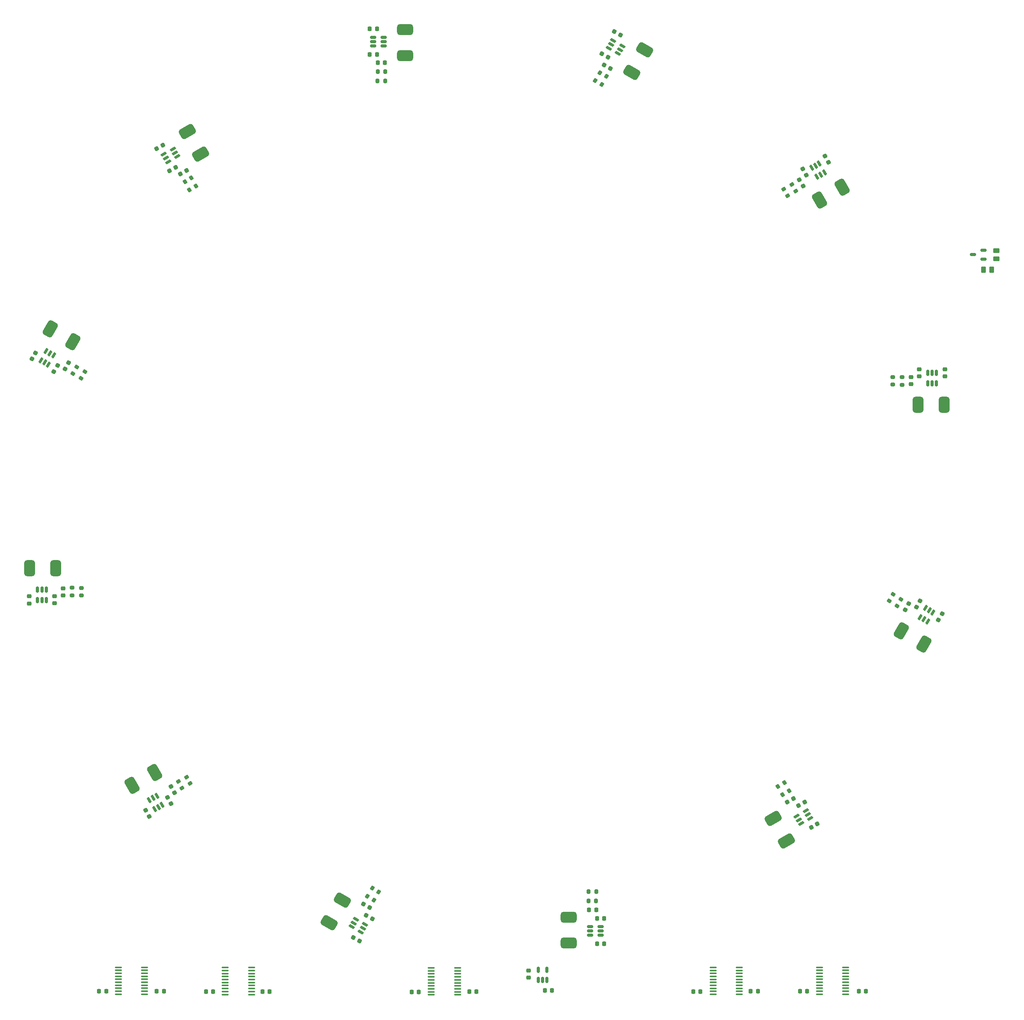
<source format=gtp>
%TF.GenerationSoftware,KiCad,Pcbnew,7.0.10-7.0.10~ubuntu22.04.1*%
%TF.CreationDate,2024-10-06T16:21:10-07:00*%
%TF.ProjectId,ni_arena_12-12,6e695f61-7265-46e6-915f-31322d31322e,rev?*%
%TF.SameCoordinates,Original*%
%TF.FileFunction,Paste,Top*%
%TF.FilePolarity,Positive*%
%FSLAX46Y46*%
G04 Gerber Fmt 4.6, Leading zero omitted, Abs format (unit mm)*
G04 Created by KiCad (PCBNEW 7.0.10-7.0.10~ubuntu22.04.1) date 2024-10-06 16:21:10*
%MOMM*%
%LPD*%
G01*
G04 APERTURE LIST*
G04 Aperture macros list*
%AMRoundRect*
0 Rectangle with rounded corners*
0 $1 Rounding radius*
0 $2 $3 $4 $5 $6 $7 $8 $9 X,Y pos of 4 corners*
0 Add a 4 corners polygon primitive as box body*
4,1,4,$2,$3,$4,$5,$6,$7,$8,$9,$2,$3,0*
0 Add four circle primitives for the rounded corners*
1,1,$1+$1,$2,$3*
1,1,$1+$1,$4,$5*
1,1,$1+$1,$6,$7*
1,1,$1+$1,$8,$9*
0 Add four rect primitives between the rounded corners*
20,1,$1+$1,$2,$3,$4,$5,0*
20,1,$1+$1,$4,$5,$6,$7,0*
20,1,$1+$1,$6,$7,$8,$9,0*
20,1,$1+$1,$8,$9,$2,$3,0*%
G04 Aperture macros list end*
%ADD10RoundRect,0.200000X-0.200000X-0.275000X0.200000X-0.275000X0.200000X0.275000X-0.200000X0.275000X0*%
%ADD11RoundRect,0.225000X0.319856X0.104006X-0.069856X0.329006X-0.319856X-0.104006X0.069856X-0.329006X0*%
%ADD12RoundRect,0.225000X-0.225000X-0.250000X0.225000X-0.250000X0.225000X0.250000X-0.225000X0.250000X0*%
%ADD13RoundRect,0.150000X0.126346X0.518838X-0.386154X-0.368838X-0.126346X-0.518838X0.386154X0.368838X0*%
%ADD14RoundRect,0.150000X-0.518838X0.126346X0.368838X-0.386154X0.518838X-0.126346X-0.368838X0.386154X0*%
%ADD15RoundRect,0.225000X0.225000X0.250000X-0.225000X0.250000X-0.225000X-0.250000X0.225000X-0.250000X0*%
%ADD16RoundRect,0.150000X-0.150000X0.512500X-0.150000X-0.512500X0.150000X-0.512500X0.150000X0.512500X0*%
%ADD17RoundRect,0.225000X-0.069856X-0.329006X0.319856X-0.104006X0.069856X0.329006X-0.319856X0.104006X0*%
%ADD18RoundRect,0.150000X-0.386154X0.368838X0.126346X-0.518838X0.386154X-0.368838X-0.126346X0.518838X0*%
%ADD19RoundRect,0.225000X-0.104006X0.319856X-0.329006X-0.069856X0.104006X-0.319856X0.329006X0.069856X0*%
%ADD20RoundRect,0.100000X0.637500X0.100000X-0.637500X0.100000X-0.637500X-0.100000X0.637500X-0.100000X0*%
%ADD21RoundRect,0.587500X-1.300505X-0.072460X-0.713005X-1.090040X1.300505X0.072460X0.713005X1.090040X0*%
%ADD22RoundRect,0.200000X0.035705X0.338157X-0.310705X0.138157X-0.035705X-0.338157X0.310705X-0.138157X0*%
%ADD23RoundRect,0.587500X-0.587500X-1.162500X0.587500X-1.162500X0.587500X1.162500X-0.587500X1.162500X0*%
%ADD24RoundRect,0.225000X-0.250000X0.225000X-0.250000X-0.225000X0.250000X-0.225000X0.250000X0.225000X0*%
%ADD25RoundRect,0.200000X-0.310705X-0.138157X0.035705X-0.338157X0.310705X0.138157X-0.035705X0.338157X0*%
%ADD26RoundRect,0.587500X1.162500X-0.587500X1.162500X0.587500X-1.162500X0.587500X-1.162500X-0.587500X0*%
%ADD27RoundRect,0.150000X0.512500X0.150000X-0.512500X0.150000X-0.512500X-0.150000X0.512500X-0.150000X0*%
%ADD28RoundRect,0.150000X0.150000X-0.512500X0.150000X0.512500X-0.150000X0.512500X-0.150000X-0.512500X0*%
%ADD29RoundRect,0.225000X0.069856X0.329006X-0.319856X0.104006X-0.069856X-0.329006X0.319856X-0.104006X0*%
%ADD30RoundRect,0.200000X0.338157X-0.035705X0.138157X0.310705X-0.338157X0.035705X-0.138157X-0.310705X0*%
%ADD31RoundRect,0.587500X0.072460X-1.300505X1.090040X-0.713005X-0.072460X1.300505X-1.090040X0.713005X0*%
%ADD32RoundRect,0.200000X-0.275000X0.200000X-0.275000X-0.200000X0.275000X-0.200000X0.275000X0.200000X0*%
%ADD33RoundRect,0.587500X-0.713005X1.090040X-1.300505X0.072460X0.713005X-1.090040X1.300505X-0.072460X0*%
%ADD34RoundRect,0.200000X-0.338157X0.035705X-0.138157X-0.310705X0.338157X-0.035705X0.138157X0.310705X0*%
%ADD35RoundRect,0.587500X0.587500X1.162500X-0.587500X1.162500X-0.587500X-1.162500X0.587500X-1.162500X0*%
%ADD36RoundRect,0.200000X0.310705X0.138157X-0.035705X0.338157X-0.310705X-0.138157X0.035705X-0.338157X0*%
%ADD37RoundRect,0.225000X0.250000X-0.225000X0.250000X0.225000X-0.250000X0.225000X-0.250000X-0.225000X0*%
%ADD38RoundRect,0.225000X-0.319856X-0.104006X0.069856X-0.329006X0.319856X0.104006X-0.069856X0.329006X0*%
%ADD39RoundRect,0.225000X-0.329006X0.069856X-0.104006X-0.319856X0.329006X-0.069856X0.104006X0.319856X0*%
%ADD40RoundRect,0.225000X0.329006X-0.069856X0.104006X0.319856X-0.329006X0.069856X-0.104006X-0.319856X0*%
%ADD41RoundRect,0.587500X1.300505X0.072460X0.713005X1.090040X-1.300505X-0.072460X-0.713005X-1.090040X0*%
%ADD42RoundRect,0.250000X-0.262500X-0.450000X0.262500X-0.450000X0.262500X0.450000X-0.262500X0.450000X0*%
%ADD43RoundRect,0.200000X-0.035705X-0.338157X0.310705X-0.138157X0.035705X0.338157X-0.310705X0.138157X0*%
%ADD44RoundRect,0.150000X0.518838X-0.126346X-0.368838X0.386154X-0.518838X0.126346X0.368838X-0.386154X0*%
%ADD45RoundRect,0.200000X0.275000X-0.200000X0.275000X0.200000X-0.275000X0.200000X-0.275000X-0.200000X0*%
%ADD46RoundRect,0.587500X1.090040X0.713005X0.072460X1.300505X-1.090040X-0.713005X-0.072460X-1.300505X0*%
%ADD47RoundRect,0.225000X0.104006X-0.319856X0.329006X0.069856X-0.104006X0.319856X-0.329006X-0.069856X0*%
%ADD48RoundRect,0.150000X0.368838X0.386154X-0.518838X-0.126346X-0.368838X-0.386154X0.518838X0.126346X0*%
%ADD49RoundRect,0.200000X-0.138157X0.310705X-0.338157X-0.035705X0.138157X-0.310705X0.338157X0.035705X0*%
%ADD50RoundRect,0.200000X0.200000X0.275000X-0.200000X0.275000X-0.200000X-0.275000X0.200000X-0.275000X0*%
%ADD51RoundRect,0.587500X-1.162500X0.587500X-1.162500X-0.587500X1.162500X-0.587500X1.162500X0.587500X0*%
%ADD52RoundRect,0.150000X-0.512500X-0.150000X0.512500X-0.150000X0.512500X0.150000X-0.512500X0.150000X0*%
%ADD53RoundRect,0.587500X0.713005X-1.090040X1.300505X-0.072460X-0.713005X1.090040X-1.300505X0.072460X0*%
%ADD54RoundRect,0.150000X0.386154X-0.368838X-0.126346X0.518838X-0.386154X0.368838X0.126346X-0.518838X0*%
%ADD55RoundRect,0.587500X-1.090040X-0.713005X-0.072460X-1.300505X1.090040X0.713005X0.072460X1.300505X0*%
%ADD56RoundRect,0.200000X0.138157X-0.310705X0.338157X0.035705X-0.138157X0.310705X-0.338157X-0.035705X0*%
%ADD57RoundRect,0.150000X-0.368838X-0.386154X0.518838X0.126346X0.368838X0.386154X-0.518838X-0.126346X0*%
%ADD58RoundRect,0.250000X-0.450000X0.262500X-0.450000X-0.262500X0.450000X-0.262500X0.450000X0.262500X0*%
%ADD59RoundRect,0.587500X-0.072460X1.300505X-1.090040X0.713005X0.072460X-1.300505X1.090040X-0.713005X0*%
%ADD60RoundRect,0.150000X-0.126346X-0.518838X0.386154X0.368838X0.126346X0.518838X-0.386154X-0.368838X0*%
G04 APERTURE END LIST*
D10*
%TO.C,R10*%
X154064200Y-87579200D03*
X155714200Y-87579200D03*
%TD*%
D11*
%TO.C,C36*%
X152862270Y-271921000D03*
X151519930Y-271146000D03*
%TD*%
D12*
%TO.C,C3*%
X128988400Y-287711200D03*
X130538400Y-287711200D03*
%TD*%
D13*
%TO.C,U11*%
X83625174Y-149338696D03*
X82802450Y-148863696D03*
X81979726Y-148388696D03*
X80842226Y-150358904D03*
X81664950Y-150833904D03*
X82487674Y-151308904D03*
%TD*%
D14*
%TO.C,U14*%
X149338696Y-271974826D03*
X148863696Y-272797550D03*
X148388696Y-273620274D03*
X150358904Y-274757774D03*
X150833904Y-273935050D03*
X151308904Y-273112326D03*
%TD*%
D15*
%TO.C,C6*%
X224177200Y-287690400D03*
X222627200Y-287690400D03*
%TD*%
D16*
%TO.C,U12*%
X82011600Y-200239200D03*
X81061600Y-200239200D03*
X80111600Y-200239200D03*
X80111600Y-202514200D03*
X81061600Y-202514200D03*
X82011600Y-202514200D03*
%TD*%
D17*
%TO.C,C24*%
X108757730Y-109142800D03*
X110100070Y-108367800D03*
%TD*%
D18*
%TO.C,U13*%
X106064374Y-245127096D03*
X105241650Y-245602096D03*
X104418926Y-246077096D03*
X105556426Y-248047304D03*
X106379150Y-247572304D03*
X107201874Y-247097304D03*
%TD*%
D19*
%TO.C,C45*%
X271921000Y-202737730D03*
X271146000Y-204080070D03*
%TD*%
D15*
%TO.C,C40*%
X201549000Y-269951200D03*
X199999000Y-269951200D03*
%TD*%
D20*
%TO.C,U3*%
X232669700Y-288335400D03*
X232669700Y-287685400D03*
X232669700Y-287035400D03*
X232669700Y-286385400D03*
X232669700Y-285735400D03*
X232669700Y-285085400D03*
X232669700Y-284435400D03*
X232669700Y-283785400D03*
X232669700Y-283135400D03*
X232669700Y-282485400D03*
X226944700Y-282485400D03*
X226944700Y-283135400D03*
X226944700Y-283785400D03*
X226944700Y-284435400D03*
X226944700Y-285085400D03*
X226944700Y-285735400D03*
X226944700Y-286385400D03*
X226944700Y-287035400D03*
X226944700Y-287685400D03*
X226944700Y-288335400D03*
%TD*%
D21*
%TO.C,L5*%
X112717100Y-100633028D03*
X115542100Y-105526071D03*
%TD*%
D15*
%TO.C,C8*%
X247410500Y-287663000D03*
X245860500Y-287663000D03*
%TD*%
D20*
%TO.C,U2*%
X126615900Y-288366200D03*
X126615900Y-287716200D03*
X126615900Y-287066200D03*
X126615900Y-286416200D03*
X126615900Y-285766200D03*
X126615900Y-285116200D03*
X126615900Y-284466200D03*
X126615900Y-283816200D03*
X126615900Y-283166200D03*
X126615900Y-282516200D03*
X120890900Y-282516200D03*
X120890900Y-283166200D03*
X120890900Y-283816200D03*
X120890900Y-284466200D03*
X120890900Y-285116200D03*
X120890900Y-285766200D03*
X120890900Y-286416200D03*
X120890900Y-287066200D03*
X120890900Y-287716200D03*
X120890900Y-288366200D03*
%TD*%
D10*
%TO.C,R21*%
X199911200Y-265988800D03*
X201561200Y-265988800D03*
%TD*%
D19*
%TO.C,C46*%
X269479800Y-203308330D03*
X268704800Y-204650670D03*
%TD*%
D22*
%TO.C,R24*%
X243466171Y-244065600D03*
X242037229Y-244890600D03*
%TD*%
D23*
%TO.C,L7*%
X78430000Y-195580000D03*
X84080000Y-195580000D03*
%TD*%
D17*
%TO.C,C25*%
X111157130Y-109869200D03*
X112499470Y-109094200D03*
%TD*%
D24*
%TO.C,C12*%
X271780000Y-152336200D03*
X271780000Y-153886200D03*
%TD*%
D25*
%TO.C,R19*%
X152854429Y-265229300D03*
X154283371Y-266054300D03*
%TD*%
D26*
%TO.C,L10*%
X195580000Y-277170000D03*
X195580000Y-271520000D03*
%TD*%
D12*
%TO.C,C9*%
X173939200Y-287731200D03*
X175489200Y-287731200D03*
%TD*%
D15*
%TO.C,C2*%
X95045500Y-287633000D03*
X93495500Y-287633000D03*
%TD*%
D12*
%TO.C,C5*%
X235127200Y-287680400D03*
X236677200Y-287680400D03*
%TD*%
%TO.C,C38*%
X201726200Y-277317200D03*
X203276200Y-277317200D03*
%TD*%
D27*
%TO.C,U9*%
X155360800Y-82011600D03*
X155360800Y-81061600D03*
X155360800Y-80111600D03*
X153085800Y-80111600D03*
X153085800Y-81061600D03*
X153085800Y-82011600D03*
%TD*%
D28*
%TO.C,U6*%
X273588400Y-155360800D03*
X274538400Y-155360800D03*
X275488400Y-155360800D03*
X275488400Y-153085800D03*
X274538400Y-153085800D03*
X273588400Y-153085800D03*
%TD*%
D29*
%TO.C,C43*%
X244442870Y-245730800D03*
X243100530Y-246505800D03*
%TD*%
D15*
%TO.C,C10*%
X162964200Y-287801200D03*
X161414200Y-287801200D03*
%TD*%
D30*
%TO.C,R5*%
X243118100Y-114556771D03*
X242293100Y-113127829D03*
%TD*%
D12*
%TO.C,C22*%
X154051000Y-85648800D03*
X155601000Y-85648800D03*
%TD*%
D31*
%TO.C,L8*%
X100633028Y-242882900D03*
X105526071Y-240057900D03*
%TD*%
D32*
%TO.C,R4*%
X268020800Y-154064200D03*
X268020800Y-155714200D03*
%TD*%
D33*
%TO.C,L3*%
X212087100Y-82853028D03*
X209262100Y-87746071D03*
%TD*%
D11*
%TO.C,C37*%
X152291670Y-269479800D03*
X150949330Y-268704800D03*
%TD*%
D34*
%TO.C,R6*%
X244065600Y-112133829D03*
X244890600Y-113562771D03*
%TD*%
D17*
%TO.C,C41*%
X248279330Y-252021300D03*
X249621670Y-251246300D03*
%TD*%
D35*
%TO.C,L1*%
X277170000Y-160020000D03*
X271520000Y-160020000D03*
%TD*%
D36*
%TO.C,R20*%
X153245371Y-267801400D03*
X151816429Y-266976400D03*
%TD*%
D20*
%TO.C,U1*%
X103378000Y-288298000D03*
X103378000Y-287648000D03*
X103378000Y-286998000D03*
X103378000Y-286348000D03*
X103378000Y-285698000D03*
X103378000Y-285048000D03*
X103378000Y-284398000D03*
X103378000Y-283748000D03*
X103378000Y-283098000D03*
X103378000Y-282448000D03*
X97653000Y-282448000D03*
X97653000Y-283098000D03*
X97653000Y-283748000D03*
X97653000Y-284398000D03*
X97653000Y-285048000D03*
X97653000Y-285698000D03*
X97653000Y-286348000D03*
X97653000Y-286998000D03*
X97653000Y-287648000D03*
X97653000Y-288298000D03*
%TD*%
D12*
%TO.C,C21*%
X152336200Y-83820000D03*
X153886200Y-83820000D03*
%TD*%
D37*
%TO.C,C30*%
X83820000Y-203263800D03*
X83820000Y-201713800D03*
%TD*%
D24*
%TO.C,C48*%
X186883400Y-283167200D03*
X186883400Y-284717200D03*
%TD*%
D27*
%TO.C,Q2*%
X285739000Y-128356400D03*
X285739000Y-126456400D03*
X283464000Y-127406400D03*
%TD*%
D24*
%TO.C,C29*%
X78282800Y-201726200D03*
X78282800Y-203276200D03*
%TD*%
D11*
%TO.C,C17*%
X206837870Y-79652500D03*
X205495530Y-78877500D03*
%TD*%
D38*
%TO.C,C35*%
X148762130Y-275947500D03*
X150104470Y-276722500D03*
%TD*%
D39*
%TO.C,C32*%
X103578700Y-248279330D03*
X104353700Y-249621670D03*
%TD*%
D29*
%TO.C,C23*%
X107320670Y-103578700D03*
X105978330Y-104353700D03*
%TD*%
D40*
%TO.C,C14*%
X252021300Y-107320670D03*
X251246300Y-105978330D03*
%TD*%
D39*
%TO.C,C15*%
X246457200Y-108757730D03*
X247232200Y-110100070D03*
%TD*%
D32*
%TO.C,R15*%
X89611200Y-199911200D03*
X89611200Y-201561200D03*
%TD*%
D19*
%TO.C,C26*%
X79652500Y-148762130D03*
X78877500Y-150104470D03*
%TD*%
D20*
%TO.C,U4*%
X255778000Y-288298000D03*
X255778000Y-287648000D03*
X255778000Y-286998000D03*
X255778000Y-286348000D03*
X255778000Y-285698000D03*
X255778000Y-285048000D03*
X255778000Y-284398000D03*
X255778000Y-283748000D03*
X255778000Y-283098000D03*
X255778000Y-282448000D03*
X250053000Y-282448000D03*
X250053000Y-283098000D03*
X250053000Y-283748000D03*
X250053000Y-284398000D03*
X250053000Y-285048000D03*
X250053000Y-285698000D03*
X250053000Y-286348000D03*
X250053000Y-286998000D03*
X250053000Y-287648000D03*
X250053000Y-288298000D03*
%TD*%
D41*
%TO.C,L11*%
X242882900Y-254966972D03*
X240057900Y-250073929D03*
%TD*%
D37*
%TO.C,C11*%
X277317200Y-153873800D03*
X277317200Y-152323800D03*
%TD*%
%TO.C,C31*%
X85648800Y-201549000D03*
X85648800Y-199999000D03*
%TD*%
D42*
%TO.C,R1*%
X285703000Y-130708400D03*
X287528000Y-130708400D03*
%TD*%
D43*
%TO.C,R12*%
X112133829Y-111534400D03*
X113562771Y-110709400D03*
%TD*%
D15*
%TO.C,C20*%
X153873800Y-78282800D03*
X152323800Y-78282800D03*
%TD*%
D24*
%TO.C,C13*%
X269951200Y-154051000D03*
X269951200Y-155601000D03*
%TD*%
D29*
%TO.C,C42*%
X246842270Y-246457200D03*
X245499930Y-247232200D03*
%TD*%
D28*
%TO.C,U18*%
X188953400Y-285222200D03*
X189903400Y-285222200D03*
X190853400Y-285222200D03*
X190853400Y-282947200D03*
X188953400Y-282947200D03*
%TD*%
D44*
%TO.C,U8*%
X206261304Y-83625174D03*
X206736304Y-82802450D03*
X207211304Y-81979726D03*
X205241096Y-80842226D03*
X204766096Y-81664950D03*
X204291096Y-82487674D03*
%TD*%
D45*
%TO.C,R3*%
X265988800Y-155688800D03*
X265988800Y-154038800D03*
%TD*%
D46*
%TO.C,L12*%
X272746972Y-212087100D03*
X267853929Y-209262100D03*
%TD*%
D15*
%TO.C,C39*%
X203263800Y-271780000D03*
X201713800Y-271780000D03*
%TD*%
D47*
%TO.C,C44*%
X275947500Y-206837870D03*
X276722500Y-205495530D03*
%TD*%
D43*
%TO.C,R23*%
X241043229Y-243118100D03*
X242472171Y-242293100D03*
%TD*%
D48*
%TO.C,U10*%
X110472904Y-106064374D03*
X109997904Y-105241650D03*
X109522904Y-104418926D03*
X107552696Y-105556426D03*
X108027696Y-106379150D03*
X108502696Y-107201874D03*
%TD*%
D45*
%TO.C,R16*%
X87579200Y-201535800D03*
X87579200Y-199885800D03*
%TD*%
D47*
%TO.C,C27*%
X83679000Y-152862270D03*
X84454000Y-151519930D03*
%TD*%
D49*
%TO.C,R26*%
X267801400Y-202354629D03*
X266976400Y-203783571D03*
%TD*%
D40*
%TO.C,C34*%
X109869200Y-244442870D03*
X109094200Y-243100530D03*
%TD*%
D15*
%TO.C,C4*%
X118288400Y-287731200D03*
X116738400Y-287731200D03*
%TD*%
D38*
%TO.C,C18*%
X202737730Y-83679000D03*
X204080070Y-84454000D03*
%TD*%
D12*
%TO.C,C7*%
X258635200Y-287680400D03*
X260185200Y-287680400D03*
%TD*%
D25*
%TO.C,R8*%
X202354629Y-87798600D03*
X203783571Y-88623600D03*
%TD*%
D40*
%TO.C,C33*%
X109142800Y-246842270D03*
X108367800Y-245499930D03*
%TD*%
D50*
%TO.C,R22*%
X201535800Y-268020800D03*
X199885800Y-268020800D03*
%TD*%
D51*
%TO.C,L4*%
X160020000Y-78430000D03*
X160020000Y-84080000D03*
%TD*%
D52*
%TO.C,U15*%
X200239200Y-273588400D03*
X200239200Y-274538400D03*
X200239200Y-275488400D03*
X202514200Y-275488400D03*
X202514200Y-274538400D03*
X202514200Y-273588400D03*
%TD*%
D30*
%TO.C,R18*%
X111534400Y-243466171D03*
X110709400Y-242037229D03*
%TD*%
D38*
%TO.C,C19*%
X203308330Y-86120200D03*
X204650670Y-86895200D03*
%TD*%
D22*
%TO.C,R11*%
X114556771Y-112481900D03*
X113127829Y-113306900D03*
%TD*%
D12*
%TO.C,C1*%
X106015500Y-287663000D03*
X107565500Y-287663000D03*
%TD*%
D53*
%TO.C,L9*%
X143512900Y-272746972D03*
X146337900Y-267853929D03*
%TD*%
D54*
%TO.C,U7*%
X249535626Y-110472904D03*
X250358350Y-109997904D03*
X251181074Y-109522904D03*
X250043574Y-107552696D03*
X249220850Y-108027696D03*
X248398126Y-108502696D03*
%TD*%
D50*
%TO.C,R9*%
X155688800Y-89611200D03*
X154038800Y-89611200D03*
%TD*%
D55*
%TO.C,L6*%
X82853028Y-143512900D03*
X87746071Y-146337900D03*
%TD*%
D56*
%TO.C,R14*%
X87798600Y-153245371D03*
X88623600Y-151816429D03*
%TD*%
D15*
%TO.C,C47*%
X191948400Y-287477200D03*
X190398400Y-287477200D03*
%TD*%
D49*
%TO.C,R13*%
X90370700Y-152854429D03*
X89545700Y-154283371D03*
%TD*%
D47*
%TO.C,C28*%
X86120200Y-152291670D03*
X86895200Y-150949330D03*
%TD*%
D36*
%TO.C,R7*%
X202745571Y-90370700D03*
X201316629Y-89545700D03*
%TD*%
D57*
%TO.C,U16*%
X245127096Y-249535626D03*
X245602096Y-250358350D03*
X246077096Y-251181074D03*
X248047304Y-250043574D03*
X247572304Y-249220850D03*
X247097304Y-248398126D03*
%TD*%
D20*
%TO.C,U5*%
X171421700Y-288426200D03*
X171421700Y-287776200D03*
X171421700Y-287126200D03*
X171421700Y-286476200D03*
X171421700Y-285826200D03*
X171421700Y-285176200D03*
X171421700Y-284526200D03*
X171421700Y-283876200D03*
X171421700Y-283226200D03*
X171421700Y-282576200D03*
X165696700Y-282576200D03*
X165696700Y-283226200D03*
X165696700Y-283876200D03*
X165696700Y-284526200D03*
X165696700Y-285176200D03*
X165696700Y-285826200D03*
X165696700Y-286476200D03*
X165696700Y-287126200D03*
X165696700Y-287776200D03*
X165696700Y-288426200D03*
%TD*%
D39*
%TO.C,C16*%
X245730800Y-111157130D03*
X246505800Y-112499470D03*
%TD*%
D58*
%TO.C,R2*%
X288544000Y-126493900D03*
X288544000Y-128318900D03*
%TD*%
D59*
%TO.C,L2*%
X254966972Y-112717100D03*
X250073929Y-115542100D03*
%TD*%
D60*
%TO.C,U17*%
X271974826Y-206261304D03*
X272797550Y-206736304D03*
X273620274Y-207211304D03*
X274757774Y-205241096D03*
X273935050Y-204766096D03*
X273112326Y-204291096D03*
%TD*%
D56*
%TO.C,R25*%
X265229300Y-202745571D03*
X266054300Y-201316629D03*
%TD*%
D34*
%TO.C,R17*%
X112481900Y-241043229D03*
X113306900Y-242472171D03*
%TD*%
M02*

</source>
